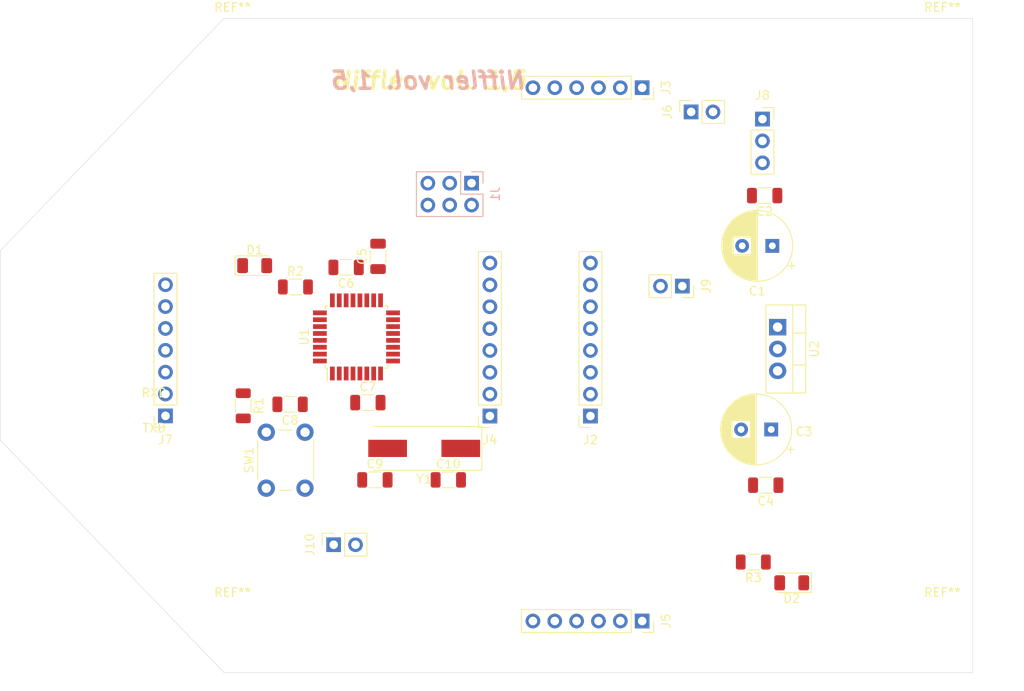
<source format=kicad_pcb>
(kicad_pcb (version 20211014) (generator pcbnew)
  (layers (0 "F.Cu" signal) (31 "B.Cu" signal) (34 "B.Paste" user) (35 "F.Paste" user) (36 "B.SilkS" user "B.Silkscreen") (37 "F.SilkS" user "F.Silkscreen") (38 "B.Mask" user) (39 "F.Mask" user) (44 "Edge.Cuts" user))
  (net 0 "")
  (net 1 "GND")
  (net 2 "6V")
  (net 3 "AREF")
  (net 4 "PC6\\RST")
  (net 5 "MISO\\PB4")
  (net 6 "sck\\PB5")
  (net 7 "MOSI\\PB3")
  (net 8 "AO1")
  (net 9 "AO2")
  (net 10 "BO2")
  (net 11 "BO1")
  (net 12 "PWMB")
  (net 13 "BIN1")
  (net 14 "AIN2")
  (net 15 "AIN1")
  (net 16 "PWMA")
  (net 17 "PC3")
  (net 18 "PC4")
  (net 19 "PC2")
  (net 20 "PC1")
  (net 21 "OUT1A")
  (net 22 "PC0")
  (net 23 "OUT1B")
  (net 24 "Net-(C1-Pad1)")
  (net 25 "OUT2A")
  (net 26 "OUT2B")
  (net 27 "5V")
  (net 28 "PC5")
  (net 29 "Net-(J6-Pad2)")
  (net 30 "Net-(D1-Pad2)")
  (net 31 "Net-(D2-Pad2)")
  (net 32 "Net-(C9-Pad2)")
  (net 33 "Net-(C10-Pad2)")
  (net 34 "Net-(J10-Pad1)")
  (net 35 "Net-(J10-Pad2)")
  (footprint "Capacitor_THT:CP_Radial_D8.0mm_P3.50mm" (layer "F.Cu") (at 129.7245 66.422 180)
    (fp_text reference "C1" (at 1.75 -5.25) (layer "F.SilkS"))
    (fp_text value "470u")
    (pad "1" thru_hole rect (at 0 0 180) (size 1.6 1.6) (drill 0.8) (layers *.Cu *.Mask) (net 24 "Net-(C1-Pad1)"))
    (pad "2" thru_hole circle (at 3.5 0 180) (size 1.6 1.6) (drill 0.8) (layers *.Cu *.Mask) (net 1 "GND"))
  )
  (footprint "Capacitor_SMD:C_1206_3216Metric" (layer "F.Cu") (at 128.8355 60.58 180)
    (fp_text reference "C2" (at 0 -1.85 180) (layer "F.SilkS"))
    (fp_text value "100n")
    (pad "1" smd roundrect (at -1.475 0 180) (size 1.15 1.8) (layers "F.Cu" "F.Paste" "F.Mask") (roundrect_rratio 0.217391) (net 24 "Net-(C1-Pad1)"))
    (pad "2" smd roundrect (at 1.475 0 180) (size 1.15 1.8) (layers "F.Cu" "F.Paste" "F.Mask") (roundrect_rratio 0.217391) (net 1 "GND"))
  )
  (footprint "Capacitor_THT:CP_Radial_D8.0mm_P3.50mm" (layer "F.Cu") (at 129.5975 87.758 180)
    (fp_text reference "C3" (at -3.81 -0.254) (layer "F.SilkS"))
    (fp_text value "100u")
    (pad "1" thru_hole rect (at 0 0 180) (size 1.6 1.6) (drill 0.8) (layers *.Cu *.Mask) (net 27 "5V"))
    (pad "2" thru_hole circle (at 3.5 0 180) (size 1.6 1.6) (drill 0.8) (layers *.Cu *.Mask) (net 1 "GND"))
  )
  (footprint "Capacitor_SMD:C_1206_3216Metric" (layer "F.Cu") (at 128.9625 94.235 180)
    (fp_text reference "C4" (at 0 -1.85 180) (layer "F.SilkS"))
    (fp_text value "100n")
    (pad "1" smd roundrect (at -1.475 0 180) (size 1.15 1.8) (layers "F.Cu" "F.Paste" "F.Mask") (roundrect_rratio 0.217391) (net 27 "5V"))
    (pad "2" smd roundrect (at 1.475 0 180) (size 1.15 1.8) (layers "F.Cu" "F.Paste" "F.Mask") (roundrect_rratio 0.217391) (net 1 "GND"))
  )
  (footprint "Capacitor_SMD:C_1206_3216Metric" (layer "F.Cu") (at 83.91 67.645 90)
    (fp_text reference "C5" (at 0 -1.85 90) (layer "F.SilkS"))
    (fp_text value "100n")
    (pad "1" smd roundrect (at -1.475 0 90) (size 1.15 1.8) (layers "F.Cu" "F.Paste" "F.Mask") (roundrect_rratio 0.217391) (net 27 "5V"))
    (pad "2" smd roundrect (at 1.475 0 90) (size 1.15 1.8) (layers "F.Cu" "F.Paste" "F.Mask") (roundrect_rratio 0.217391) (net 1 "GND"))
  )
  (footprint "Capacitor_SMD:C_1206_3216Metric" (layer "F.Cu") (at 80.195 68.925 180)
    (fp_text reference "C6" (at 0 -1.85 180) (layer "F.SilkS"))
    (fp_text value "100n")
    (pad "1" smd roundrect (at -1.475 0 180) (size 1.15 1.8) (layers "F.Cu" "F.Paste" "F.Mask") (roundrect_rratio 0.217391) (net 3 "AREF"))
    (pad "2" smd roundrect (at 1.475 0 180) (size 1.15 1.8) (layers "F.Cu" "F.Paste" "F.Mask") (roundrect_rratio 0.217391) (net 1 "GND"))
  )
  (footprint "Capacitor_SMD:C_1206_3216Metric" (layer "F.Cu") (at 82.725 84.64)
    (fp_text reference "C7" (at 0 -1.85) (layer "F.SilkS"))
    (fp_text value "100n")
    (pad "1" smd roundrect (at -1.475 0) (size 1.15 1.8) (layers "F.Cu" "F.Paste" "F.Mask") (roundrect_rratio 0.217391) (net 27 "5V"))
    (pad "2" smd roundrect (at 1.475 0) (size 1.15 1.8) (layers "F.Cu" "F.Paste" "F.Mask") (roundrect_rratio 0.217391) (net 1 "GND"))
  )
  (footprint "Capacitor_SMD:C_1206_3216Metric" (layer "F.Cu") (at 73.685 84.84 180)
    (fp_text reference "C8" (at 0 -1.85) (layer "F.SilkS"))
    (fp_text value "100n")
    (pad "1" smd roundrect (at -1.475 0 180) (size 1.15 1.8) (layers "F.Cu" "F.Paste" "F.Mask") (roundrect_rratio 0.217391) (net 1 "GND"))
    (pad "2" smd roundrect (at 1.475 0 180) (size 1.15 1.8) (layers "F.Cu" "F.Paste" "F.Mask") (roundrect_rratio 0.217391) (net 4 "PC6\\RST"))
  )
  (footprint "Connector_PinSocket_2.54mm:PinSocket_1x08_P2.54mm_Vertical" (layer "F.Cu") (at 108.59 86.2 180)
    (fp_text reference "J2" (at 0 -2.77) (layer "F.SilkS"))
    (fp_text value "Conn_01x08")
    (pad "1" thru_hole rect (at 0 0 180) (size 1.7 1.7) (drill 1) (layers *.Cu *.Mask) (net 1 "GND"))
    (pad "2" thru_hole oval (at 0 2.54 180) (size 1.7 1.7) (drill 1) (layers *.Cu *.Mask) (net 27 "5V"))
    (pad "3" thru_hole oval (at 0 5.08 180) (size 1.7 1.7) (drill 1) (layers *.Cu *.Mask) (net 11 "BO1"))
    (pad "4" thru_hole oval (at 0 7.62 180) (size 1.7 1.7) (drill 1) (layers *.Cu *.Mask) (net 10 "BO2"))
    (pad "5" thru_hole oval (at 0 10.16 180) (size 1.7 1.7) (drill 1) (layers *.Cu *.Mask) (net 9 "AO2"))
    (pad "6" thru_hole oval (at 0 12.7 180) (size 1.7 1.7) (drill 1) (layers *.Cu *.Mask) (net 8 "AO1"))
    (pad "7" thru_hole oval (at 0 15.24 180) (size 1.7 1.7) (drill 1) (layers *.Cu *.Mask) (net 2 "6V"))
    (pad "8" thru_hole oval (at 0 17.78 180) (size 1.7 1.7) (drill 1) (layers *.Cu *.Mask) (net 1 "GND"))
  )
  (footprint "Connector_PinSocket_2.54mm:PinSocket_1x08_P2.54mm_Vertical" (layer "F.Cu") (at 96.906 86.2 180)
    (fp_text reference "J4" (at 0 -2.77) (layer "F.SilkS"))
    (fp_text value "Conn_01x08")
    (pad "1" thru_hole rect (at 0 0 180) (size 1.7 1.7) (drill 1) (layers *.Cu *.Mask) (net 16 "PWMA"))
    (pad "2" thru_hole oval (at 0 2.54 180) (size 1.7 1.7) (drill 1) (layers *.Cu *.Mask) (net 14 "AIN2"))
    (pad "3" thru_hole oval (at 0 5.08 180) (size 1.7 1.7) (drill 1) (layers *.Cu *.Mask) (net 15 "AIN1"))
    (pad "4" thru_hole oval (at 0 7.62 180) (size 1.7 1.7) (drill 1) (layers *.Cu *.Mask) (net 27 "5V"))
    (pad "5" thru_hole oval (at 0 10.16 180) (size 1.7 1.7) (drill 1) (layers *.Cu *.Mask) (net 13 "BIN1"))
    (pad "6" thru_hole oval (at 0 12.7 180) (size 1.7 1.7) (drill 1) (layers *.Cu *.Mask) (net 7 "MOSI\\PB3"))
    (pad "7" thru_hole oval (at 0 15.24 180) (size 1.7 1.7) (drill 1) (layers *.Cu *.Mask) (net 12 "PWMB"))
    (pad "8" thru_hole oval (at 0 17.78 180) (size 1.7 1.7) (drill 1) (layers *.Cu *.Mask) (net 1 "GND"))
  )
  (footprint "Resistor_SMD:R_1206_3216Metric" (layer "F.Cu") (at 68.24 85.01 -90)
    (fp_text reference "R1" (at 0 -1.82 90) (layer "F.SilkS"))
    (fp_text value "10k")
    (pad "1" smd roundrect (at -1.4625 0 270) (size 1.125 1.75) (layers "F.Cu" "F.Paste" "F.Mask") (roundrect_rratio 0.2222222222) (net 27 "5V"))
    (pad "2" smd roundrect (at 1.4625 0 270) (size 1.125 1.75) (layers "F.Cu" "F.Paste" "F.Mask") (roundrect_rratio 0.2222222222) (net 4 "PC6\\RST"))
  )
  (footprint "Package_QFP:TQFP-32_7x7mm_P0.8mm" (layer "F.Cu") (at 81.4 77.005 90)
    (fp_text reference "U1" (at 0 -6.05 90) (layer "F.SilkS"))
    (fp_text value "ATmega328P-PU")
    (pad "1" smd rect (at -4.25 -2.8 90) (size 1.6 0.55) (layers "F.Cu" "F.Paste" "F.Mask") (net 4 "PC6\\RST"))
    (pad "2" smd rect (at -4.25 -2 90) (size 1.6 0.55) (layers "F.Cu" "F.Paste" "F.Mask") (net 34 "Net-(J10-Pad1)"))
    (pad "3" smd rect (at -4.25 -1.2 90) (size 1.6 0.55) (layers "F.Cu" "F.Paste" "F.Mask") (net 35 "Net-(J10-Pad2)"))
    (pad "4" smd rect (at -4.25 -0.4 90) (size 1.6 0.55) (layers "F.Cu" "F.Paste" "F.Mask") (net 25 "OUT2A"))
    (pad "5" smd rect (at -4.25 0.4 90) (size 1.6 0.55) (layers "F.Cu" "F.Paste" "F.Mask") (net 16 "PWMA"))
    (pad "6" smd rect (at -4.25 1.2 90) (size 1.6 0.55) (layers "F.Cu" "F.Paste" "F.Mask") (net 26 "OUT2B"))
    (pad "7" smd rect (at -4.25 2 90) (size 1.6 0.55) (layers "F.Cu" "F.Paste" "F.Mask") (net 27 "5V"))
    (pad "8" smd rect (at -4.25 2.8 90) (size 1.6 0.55) (layers "F.Cu" "F.Paste" "F.Mask") (net 1 "GND"))
    (pad "9" smd rect (at -2.8 4.25 180) (size 1.6 0.55) (layers "F.Cu" "F.Paste" "F.Mask") (net 32 "Net-(C9-Pad2)"))
    (pad "10" smd rect (at -2 4.25 180) (size 1.6 0.55) (layers "F.Cu" "F.Paste" "F.Mask") (net 33 "Net-(C10-Pad2)"))
    (pad "11" smd rect (at -1.2 4.25 180) (size 1.6 0.55) (layers "F.Cu" "F.Paste" "F.Mask") (net 12 "PWMB"))
    (pad "12" smd rect (at -0.4 4.25 180) (size 1.6 0.55) (layers "F.Cu" "F.Paste" "F.Mask") (net 23 "OUT1B"))
    (pad "13" smd rect (at 0.4 4.25 180) (size 1.6 0.55) (layers "F.Cu" "F.Paste" "F.Mask") (net 21 "OUT1A"))
    (pad "14" smd rect (at 1.2 4.25 180) (size 1.6 0.55) (layers "F.Cu" "F.Paste" "F.Mask") (net 14 "AIN2"))
    (pad "15" smd rect (at 2 4.25 180) (size 1.6 0.55) (layers "F.Cu" "F.Paste" "F.Mask") (net 15 "AIN1"))
    (pad "16" smd rect (at 2.8 4.25 180) (size 1.6 0.55) (layers "F.Cu" "F.Paste" "F.Mask") (net 13 "BIN1"))
    (pad "17" smd rect (at 4.25 2.8 90) (size 1.6 0.55) (layers "F.Cu" "F.Paste" "F.Mask") (net 7 "MOSI\\PB3"))
    (pad "18" smd rect (at 4.25 2 90) (size 1.6 0.55) (layers "F.Cu" "F.Paste" "F.Mask") (net 5 "MISO\\PB4"))
    (pad "19" smd rect (at 4.25 1.2 90) (size 1.6 0.55) (layers "F.Cu" "F.Paste" "F.Mask") (net 6 "sck\\PB5"))
    (pad "20" smd rect (at 4.25 0.4 90) (size 1.6 0.55) (layers "F.Cu" "F.Paste" "F.Mask") (net 27 "5V"))
    (pad "21" smd rect (at 4.25 -0.4 90) (size 1.6 0.55) (layers "F.Cu" "F.Paste" "F.Mask") (net 3 "AREF"))
    (pad "22" smd rect (at 4.25 -1.2 90) (size 1.6 0.55) (layers "F.Cu" "F.Paste" "F.Mask") (net 1 "GND"))
    (pad "23" smd rect (at 4.25 -2 90) (size 1.6 0.55) (layers "F.Cu" "F.Paste" "F.Mask") (net 22 "PC0"))
    (pad "24" smd rect (at 4.25 -2.8 90) (size 1.6 0.55) (layers "F.Cu" "F.Paste" "F.Mask") (net 20 "PC1"))
    (pad "25" smd rect (at 2.8 -4.25 180) (size 1.6 0.55) (layers "F.Cu" "F.Paste" "F.Mask") (net 19 "PC2"))
    (pad "26" smd rect (at 2 -4.25 180) (size 1.6 0.55) (layers "F.Cu" "F.Paste" "F.Mask") (net 17 "PC3"))
    (pad "27" smd rect (at 1.2 -4.25 180) (size 1.6 0.55) (layers "F.Cu" "F.Paste" "F.Mask") (net 18 "PC4"))
    (pad "28" smd rect (at 0.4 -4.25 180) (size 1.6 0.55) (layers "F.Cu" "F.Paste" "F.Mask") (net 28 "PC5"))
    (pad "29" smd rect (at -0.4 -4.25 180) (size 1.6 0.55) (layers "F.Cu" "F.Paste" "F.Mask"))
    (pad "30" smd rect (at -1.2 -4.25 180) (size 1.6 0.55) (layers "F.Cu" "F.Paste" "F.Mask"))
    (pad "31" smd rect (at -2 -4.25 180) (size 1.6 0.55) (layers "F.Cu" "F.Paste" "F.Mask"))
    (pad "32" smd rect (at -2.8 -4.25 180) (size 1.6 0.55) (layers "F.Cu" "F.Paste" "F.Mask"))
  )
  (footprint "Connector_PinSocket_2.54mm:PinSocket_1x06_P2.54mm_Vertical" (layer "F.Cu") (at 114.605 48.045 -90)
    (fp_text reference "J3" (at 0 -2.77 90) (layer "F.SilkS"))
    (fp_text value "Conn_01x06")
    (pad "1" thru_hole rect (at 0 0 270) (size 1.7 1.7) (drill 1) (layers *.Cu *.Mask) (net 8 "AO1"))
    (pad "2" thru_hole oval (at 0 2.54 270) (size 1.7 1.7) (drill 1) (layers *.Cu *.Mask) (net 9 "AO2"))
    (pad "3" thru_hole oval (at 0 5.08 270) (size 1.7 1.7) (drill 1) (layers *.Cu *.Mask) (net 27 "5V"))
    (pad "4" thru_hole oval (at 0 7.62 270) (size 1.7 1.7) (drill 1) (layers *.Cu *.Mask) (net 21 "OUT1A"))
    (pad "5" thru_hole oval (at 0 10.16 270) (size 1.7 1.7) (drill 1) (layers *.Cu *.Mask) (net 23 "OUT1B"))
    (pad "6" thru_hole oval (at 0 12.7 270) (size 1.7 1.7) (drill 1) (layers *.Cu *.Mask) (net 1 "GND"))
  )
  (footprint "Connector_PinSocket_2.54mm:PinSocket_1x06_P2.54mm_Vertical" (layer "F.Cu") (at 114.605 110.021 -90)
    (fp_text reference "J5" (at 0 -2.77 90) (layer "F.SilkS"))
    (fp_text value "Conn_01x06")
    (pad "1" thru_hole rect (at 0 0 270) (size 1.7 1.7) (drill 1) (layers *.Cu *.Mask) (net 11 "BO1"))
    (pad "2" thru_hole oval (at 0 2.54 270) (size 1.7 1.7) (drill 1) (layers *.Cu *.Mask) (net 10 "BO2"))
    (pad "3" thru_hole oval (at 0 5.08 270) (size 1.7 1.7) (drill 1) (layers *.Cu *.Mask) (net 27 "5V"))
    (pad "4" thru_hole oval (at 0 7.62 270) (size 1.7 1.7) (drill 1) (layers *.Cu *.Mask) (net 25 "OUT2A"))
    (pad "5" thru_hole oval (at 0 10.16 270) (size 1.7 1.7) (drill 1) (layers *.Cu *.Mask) (net 26 "OUT2B"))
    (pad "6" thru_hole oval (at 0 12.7 270) (size 1.7 1.7) (drill 1) (layers *.Cu *.Mask) (net 1 "GND"))
  )
  (footprint "Package_TO_SOT_THT:TO-220-3_Vertical" (layer "F.Cu") (at 130.3435 75.868 -90)
    (fp_text reference "U2" (at 2.54 -4.27 90) (layer "F.SilkS"))
    (fp_text value "L7805")
    (pad "1" thru_hole rect (at 0 0 270) (size 1.905 2) (drill 1.1) (layers *.Cu *.Mask) (net 24 "Net-(C1-Pad1)"))
    (pad "2" thru_hole oval (at 2.54 0 270) (size 1.905 2) (drill 1.1) (layers *.Cu *.Mask) (net 1 "GND"))
    (pad "3" thru_hole oval (at 5.08 0 270) (size 1.905 2) (drill 1.1) (layers *.Cu *.Mask) (net 27 "5V"))
  )
  (footprint "Connector_PinSocket_2.54mm:PinSocket_1x02_P2.54mm_Vertical" (layer "F.Cu") (at 120.2925 50.855 90)
    (fp_text reference "J6" (at 0 -2.77 90) (layer "F.SilkS"))
    (fp_text value "Conn_01x02")
    (pad "1" thru_hole rect (at 0 0 90) (size 1.7 1.7) (drill 1) (layers *.Cu *.Mask) (net 1 "GND"))
    (pad "2" thru_hole oval (at 0 2.54 90) (size 1.7 1.7) (drill 1) (layers *.Cu *.Mask) (net 29 "Net-(J6-Pad2)"))
  )
  (footprint "Connector_PinSocket_2.54mm:PinSocket_1x03_P2.54mm_Vertical" (layer "F.Cu") (at 128.5815 51.69)
    (fp_text reference "J8" (at 0 -2.77) (layer "F.SilkS"))
    (fp_text value "Conn_01x03")
    (pad "1" thru_hole rect (at 0 0) (size 1.7 1.7) (drill 1) (layers *.Cu *.Mask) (net 29 "Net-(J6-Pad2)"))
    (pad "2" thru_hole oval (at 0 2.54) (size 1.7 1.7) (drill 1) (layers *.Cu *.Mask) (net 29 "Net-(J6-Pad2)"))
    (pad "3" thru_hole oval (at 0 5.08) (size 1.7 1.7) (drill 1) (layers *.Cu *.Mask) (net 24 "Net-(C1-Pad1)"))
  )
  (footprint "Button_Switch_THT:SW_PUSH_6mm_H5mm" (layer "F.Cu") (at 70.92 94.58 90)
    (fp_text reference "SW1" (at 3.25 -2 90) (layer "F.SilkS"))
    (fp_text value "SW_SPST")
    (pad "1" thru_hole circle (at 0 0 180) (size 2 2) (drill 1.1) (layers *.Cu *.Mask) (net 4 "PC6\\RST"))
    (pad "1" thru_hole circle (at 6.5 0 180) (size 2 2) (drill 1.1) (layers *.Cu *.Mask) (net 4 "PC6\\RST"))
    (pad "2" thru_hole circle (at 6.5 4.5 180) (size 2 2) (drill 1.1) (layers *.Cu *.Mask) (net 1 "GND"))
    (pad "2" thru_hole circle (at 0 4.5 180) (size 2 2) (drill 1.1) (layers *.Cu *.Mask) (net 1 "GND"))
  )
  (footprint "LED_SMD:LED_1206_3216Metric" (layer "F.Cu") (at 69.57 68.72)
    (fp_text reference "D1" (at 0 -1.82) (layer "F.SilkS"))
    (fp_text value "LED")
    (pad "1" smd roundrect (at -1.4 0) (size 1.25 1.75) (layers "F.Cu" "F.Paste" "F.Mask") (roundrect_rratio 0.2) (net 1 "GND"))
    (pad "2" smd roundrect (at 1.4 0) (size 1.25 1.75) (layers "F.Cu" "F.Paste" "F.Mask") (roundrect_rratio 0.2) (net 30 "Net-(D1-Pad2)"))
  )
  (footprint "LED_SMD:LED_1206_3216Metric" (layer "F.Cu") (at 131.98 105.58 180)
    (fp_text reference "D2" (at 0 -1.82) (layer "F.SilkS"))
    (fp_text value "LED")
    (pad "1" smd roundrect (at -1.4 0 180) (size 1.25 1.75) (layers "F.Cu" "F.Paste" "F.Mask") (roundrect_rratio 0.2) (net 1 "GND"))
    (pad "2" smd roundrect (at 1.4 0 180) (size 1.25 1.75) (layers "F.Cu" "F.Paste" "F.Mask") (roundrect_rratio 0.2) (net 31 "Net-(D2-Pad2)"))
  )
  (footprint "Resistor_SMD:R_1206_3216Metric" (layer "F.Cu") (at 74.3075 71.2)
    (fp_text reference "R2" (at 0 -1.82) (layer "F.SilkS"))
    (fp_text value "10k")
    (pad "1" smd roundrect (at -1.4625 0) (size 1.125 1.75) (layers "F.Cu" "F.Paste" "F.Mask") (roundrect_rratio 0.2222222222) (net 30 "Net-(D1-Pad2)"))
    (pad "2" smd roundrect (at 1.4625 0) (size 1.125 1.75) (layers "F.Cu" "F.Paste" "F.Mask") (roundrect_rratio 0.2222222222) (net 22 "PC0"))
  )
  (footprint "Resistor_SMD:R_1206_3216Metric" (layer "F.Cu") (at 127.5175 103.17 180)
    (fp_text reference "R3" (at 0 -1.82) (layer "F.SilkS"))
    (fp_text value "10k")
    (pad "1" smd roundrect (at -1.4625 0 180) (size 1.125 1.75) (layers "F.Cu" "F.Paste" "F.Mask") (roundrect_rratio 0.2222222222) (net 31 "Net-(D2-Pad2)"))
    (pad "2" smd roundrect (at 1.4625 0 180) (size 1.125 1.75) (layers "F.Cu" "F.Paste" "F.Mask") (roundrect_rratio 0.2222222222) (net 27 "5V"))
  )
  (footprint "Connector_PinSocket_2.54mm:PinSocket_1x07_P2.54mm_Vertical" (layer "F.Cu") (at 59.205 86.18 180)
    (fp_text reference "J7" (at 0 -2.77) (layer "F.SilkS"))
    (fp_text value "Conn_01x07")
    (pad "1" thru_hole rect (at 0 0 180) (size 1.7 1.7) (drill 1) (layers *.Cu *.Mask) (net 27 "5V"))
    (pad "2" thru_hole oval (at 0 2.54 180) (size 1.7 1.7) (drill 1) (layers *.Cu *.Mask) (net 28 "PC5"))
    (pad "3" thru_hole oval (at 0 5.08 180) (size 1.7 1.7) (drill 1) (layers *.Cu *.Mask) (net 18 "PC4"))
    (pad "4" thru_hole oval (at 0 7.62 180) (size 1.7 1.7) (drill 1) (layers *.Cu *.Mask) (net 17 "PC3"))
    (pad "5" thru_hole oval (at 0 10.16 180) (size 1.7 1.7) (drill 1) (layers *.Cu *.Mask) (net 19 "PC2"))
    (pad "6" thru_hole oval (at 0 12.7 180) (size 1.7 1.7) (drill 1) (layers *.Cu *.Mask) (net 20 "PC1"))
    (pad "7" thru_hole oval (at 0 15.24 180) (size 1.7 1.7) (drill 1) (layers *.Cu *.Mask) (net 1 "GND"))
  )
  (footprint "Capacitor_SMD:C_1206_3216Metric" (layer "F.Cu") (at 83.5412 93.62)
    (fp_text reference "C9" (at 0 -1.85) (layer "F.SilkS"))
    (fp_text value "C")
    (pad "1" smd roundrect (at -1.475 0) (size 1.15 1.8) (layers "F.Cu" "F.Paste" "F.Mask") (roundrect_rratio 0.217391) (net 1 "GND"))
    (pad "2" smd roundrect (at 1.475 0) (size 1.15 1.8) (layers "F.Cu" "F.Paste" "F.Mask") (roundrect_rratio 0.217391) (net 32 "Net-(C9-Pad2)"))
  )
  (footprint "Capacitor_SMD:C_1206_3216Metric" (layer "F.Cu") (at 92.075 93.62)
    (fp_text reference "C10" (at 0 -1.85) (layer "F.SilkS"))
    (fp_text value "C")
    (pad "1" smd roundrect (at -1.475 0) (size 1.15 1.8) (layers "F.Cu" "F.Paste" "F.Mask") (roundrect_rratio 0.217391) (net 1 "GND"))
    (pad "2" smd roundrect (at 1.475 0) (size 1.15 1.8) (layers "F.Cu" "F.Paste" "F.Mask") (roundrect_rratio 0.217391) (net 33 "Net-(C10-Pad2)"))
  )
  (footprint "Connector_PinSocket_2.54mm:PinSocket_1x02_P2.54mm_Vertical" (layer "F.Cu") (at 78.75 101.155 90)
    (fp_text reference "J10" (at 0 -2.77 90) (layer "F.SilkS"))
    (fp_text value "Conn_01x02")
    (pad "1" thru_hole rect (at 0 0 90) (size 1.7 1.7) (drill 1) (layers *.Cu *.Mask) (net 34 "Net-(J10-Pad1)"))
    (pad "2" thru_hole oval (at 0 2.54 90) (size 1.7 1.7) (drill 1) (layers *.Cu *.Mask) (net 35 "Net-(J10-Pad2)"))
  )
  (footprint "Connector_PinSocket_2.54mm:PinSocket_1x02_P2.54mm_Vertical" (layer "F.Cu") (at 119.27 71.105 -90)
    (fp_text reference "J9" (at 0 -2.77 90) (layer "F.SilkS"))
    (fp_text value "Conn_01x02")
    (pad "1" thru_hole rect (at 0 0 270) (size 1.7 1.7) (drill 1) (layers *.Cu *.Mask) (net 24 "Net-(C1-Pad1)"))
    (pad "2" thru_hole oval (at 0 2.54 270) (size 1.7 1.7) (drill 1) (layers *.Cu *.Mask) (net 2 "6V"))
  )
  (footprint "MountingHole:MountingHole_4.3mm_M4" (layer "F.Cu") (at 149.5 112)
    (fp_text reference "REF**" (at 0 -5.3) (layer "F.SilkS"))
    (fp_text value "MountingHole_4.3mm_M4")
    (pad "" np_thru_hole circle (at 0 0) (size 4.3 4.3) (drill 4.3) (layers *.Cu *.Mask))
  )
  (footprint "MountingHole:MountingHole_4.3mm_M4" (layer "F.Cu") (at 67 44)
    (fp_text reference "REF**" (at 0 -5.3) (layer "F.SilkS"))
    (fp_text value "MountingHole_4.3mm_M4")
    (pad "" np_thru_hole circle (at 0 0) (size 4.3 4.3) (drill 4.3) (layers *.Cu *.Mask))
  )
  (footprint "MountingHole:MountingHole_4.3mm_M4" (layer "F.Cu") (at 67 112)
    (fp_text reference "REF**" (at 0 -5.3) (layer "F.SilkS"))
    (fp_text value "MountingHole_4.3mm_M4")
    (pad "" np_thru_hole circle (at 0 0) (size 4.3 4.3) (drill 4.3) (layers *.Cu *.Mask))
  )
  (footprint "Crystal:Crystal_SMD_HC49-SD" (layer "F.Cu") (at 89.27 89.96 180)
    (fp_text reference "Y1" (at 0 -3.55 180) (layer "F.SilkS"))
    (fp_text value "16Mhz")
    (pad "1" smd rect (at -4.25 0 180) (size 4.5 2) (layers "F.Cu" "F.Paste" "F.Mask") (net 33 "Net-(C10-Pad2)"))
    (pad "2" smd rect (at 4.25 0 180) (size 4.5 2) (layers "F.Cu" "F.Paste" "F.Mask") (net 32 "Net-(C9-Pad2)"))
  )
  (footprint "MountingHole:MountingHole_4.3mm_M4" (layer "F.Cu") (at 149.5 44)
    (fp_text reference "REF**" (at 0 -5.3) (layer "F.SilkS"))
    (fp_text value "MountingHole_4.3mm_M4")
    (pad "" np_thru_hole circle (at 0 0) (size 4.3 4.3) (drill 4.3) (layers *.Cu *.Mask))
  )
  (footprint "Connector_PinSocket_2.54mm:PinSocket_2x03_P2.54mm_Vertical" (layer "B.Cu") (at 94.775 59.14 90)
    (fp_text reference "J1" (at -1.27 2.77 90) (layer "B.SilkS") (effects (justify mirror)))
    (fp_text value "AVR-ISP-6")
    (pad "1" thru_hole rect (at 0 0 90) (size 1.7 1.7) (drill 1) (layers *.Cu *.Mask) (net 5 "MISO\\PB4"))
    (pad "2" thru_hole oval (at -2.54 0 90) (size 1.7 1.7) (drill 1) (layers *.Cu *.Mask) (net 27 "5V"))
    (pad "3" thru_hole oval (at 0 -2.54 90) (size 1.7 1.7) (drill 1) (layers *.Cu *.Mask) (net 6 "sck\\PB5"))
    (pad "4" thru_hole oval (at -2.54 -2.54 90) (size 1.7 1.7) (drill 1) (layers *.Cu *.Mask) (net 7 "MOSI\\PB3"))
    (pad "5" thru_hole oval (at 0 -5.08 90) (size 1.7 1.7) (drill 1) (layers *.Cu *.Mask) (net 4 "PC6\\RST"))
    (pad "6" thru_hole oval (at -2.54 -5.08 90) (size 1.7 1.7) (drill 1) (layers *.Cu *.Mask) (net 1 "GND"))
  )
  (gr_line (start 40 89) (end 40 67) (layer "Edge.Cuts") (width 0.05))
  (gr_line (start 153 116) (end 153 40) (layer "Edge.Cuts") (width 0.05))
  (gr_line (start 66 116) (end 153 116) (layer "Edge.Cuts") (width 0.05))
  (gr_line (start 153 40) (end 66 40) (layer "Edge.Cuts") (width 0.05))
  (gr_line (start 66 40) (end 40 67) (layer "Edge.Cuts") (width 0.05))
  (gr_line (start 40 89) (end 66 116) (layer "Edge.Cuts") (width 0.05))
  (gr_text "Niffler vol. 1,5" (at 89.8 47.2) (layer "B.SilkS") (effects (font (size 2 2) (thickness 0.4) italic) (justify mirror)))
  (gr_text "Niffler vol. 1,5" (at 89.9 47.2) (layer "F.SilkS") (effects (font (size 2 2) (thickness 0.4) italic)))
  (gr_text "TXD\n" (at 57.9 87.6) (layer "F.SilkS") (effects (font (size 1 1))))
  (gr_text "RXD" (at 57.9 83.5) (layer "F.SilkS") (effects (font (size 1 1))))
)
</source>
